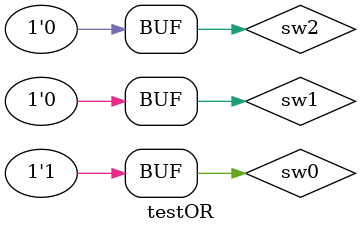
<source format=v>
`timescale 1ns / 1ps


module testOR;

	// Inputs
	reg sw0;
	reg sw1;
	reg sw2;

	// Outputs
	wire out;

	// Instantiate the Unit Under Test (UUT)
	led uut (
		.sw0(sw0), 
		.sw1(sw1), 
		.sw2(sw2), 
		.out(out)
	);

	initial begin
		// Initialize Inputs
		sw0 = 0;
		sw1 = 0;
		sw2 = 0;

		// Wait 100 ns for global reset to finish
		#100;
        
		// Add stimulus here

	end
	always begin
		sw0 = 0;
	#1 sw0 = 1;
	#1;
	end
      
endmodule


</source>
